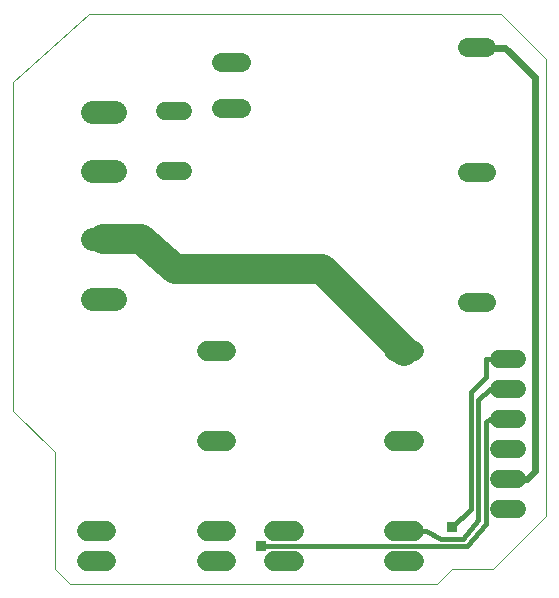
<source format=gtl>
G75*
%MOIN*%
%OFA0B0*%
%FSLAX25Y25*%
%IPPOS*%
%LPD*%
%AMOC8*
5,1,8,0,0,1.08239X$1,22.5*
%
%ADD10C,0.00000*%
%ADD11C,0.07800*%
%ADD12C,0.06600*%
%ADD13C,0.06000*%
%ADD14C,0.06496*%
%ADD15R,0.03562X0.03562*%
%ADD16C,0.01600*%
%ADD17C,0.10000*%
%ADD18C,0.02400*%
D10*
X0189911Y0200358D02*
X0176161Y0214108D01*
X0176161Y0323988D01*
X0201321Y0346608D01*
X0338661Y0346608D01*
X0353661Y0331608D01*
X0353661Y0179108D01*
X0336161Y0161608D01*
X0322411Y0161608D01*
X0317411Y0156608D01*
X0194911Y0156608D01*
X0189911Y0161608D01*
X0189911Y0200358D01*
D11*
X0202261Y0251628D02*
X0210061Y0251628D01*
X0210061Y0271428D02*
X0202261Y0271428D01*
X0202261Y0294088D02*
X0210061Y0294088D01*
X0210061Y0313888D02*
X0202261Y0313888D01*
D12*
X0240561Y0234028D02*
X0247161Y0234028D01*
X0247161Y0204028D02*
X0240561Y0204028D01*
X0240561Y0174028D02*
X0247161Y0174028D01*
X0247161Y0164028D02*
X0240561Y0164028D01*
X0263021Y0164028D02*
X0269621Y0164028D01*
X0269621Y0174028D02*
X0263021Y0174028D01*
X0303021Y0174028D02*
X0309621Y0174028D01*
X0309621Y0164028D02*
X0303021Y0164028D01*
X0303021Y0204028D02*
X0309621Y0204028D01*
X0309621Y0234028D02*
X0303021Y0234028D01*
X0207161Y0174028D02*
X0200561Y0174028D01*
X0200561Y0164028D02*
X0207161Y0164028D01*
D13*
X0226871Y0294028D02*
X0232871Y0294028D01*
X0232871Y0314028D02*
X0226871Y0314028D01*
X0338161Y0231608D02*
X0344161Y0231608D01*
X0344161Y0221608D02*
X0338161Y0221608D01*
X0338161Y0211608D02*
X0344161Y0211608D01*
X0344161Y0201608D02*
X0338161Y0201608D01*
X0338161Y0191608D02*
X0344161Y0191608D01*
X0344161Y0181608D02*
X0338161Y0181608D01*
D14*
X0333765Y0250594D02*
X0327269Y0250594D01*
X0327269Y0293861D02*
X0333765Y0293861D01*
X0333765Y0335594D02*
X0327269Y0335594D01*
X0252033Y0330515D02*
X0245537Y0330515D01*
X0245537Y0315160D02*
X0252033Y0315160D01*
D15*
X0322411Y0175358D03*
X0258661Y0169108D03*
D16*
X0327411Y0169108D01*
X0333661Y0176608D01*
X0333661Y0210358D01*
X0334911Y0211608D01*
X0341161Y0211608D01*
X0341161Y0221608D02*
X0334911Y0221608D01*
X0331161Y0217858D01*
X0331161Y0177858D01*
X0326081Y0171528D01*
X0318661Y0171608D01*
X0313661Y0174108D01*
X0306321Y0174028D01*
X0322411Y0175358D02*
X0328661Y0181608D01*
X0328661Y0220358D01*
X0333661Y0225358D01*
X0333661Y0231608D01*
X0341161Y0231608D01*
D17*
X0306321Y0234028D02*
X0278921Y0261428D01*
X0229911Y0261608D01*
X0218661Y0271608D01*
X0206161Y0271428D01*
D18*
X0330517Y0335594D02*
X0339931Y0335338D01*
X0349911Y0325358D01*
X0349911Y0194108D01*
X0347411Y0191608D01*
X0341161Y0191608D01*
M02*

</source>
